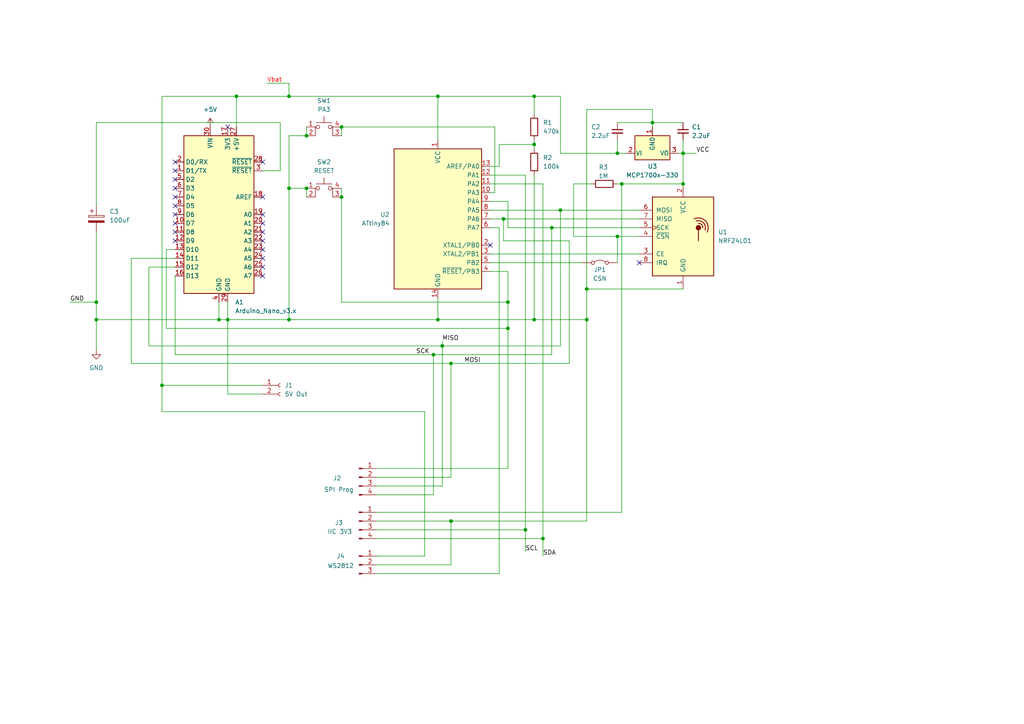
<source format=kicad_sch>
(kicad_sch (version 20250114) (generator "eeschema") (generator_version "9.0")
  (paper "A4")
  (title_block (title "nRF24 Programming Adapter") (date "2025-12-19") (rev "${Version}"))
  (lib_symbols
    (symbol "Connector:Conn_01x02_Socket" (pin_names (offset 1.016) (hide yes))
      (property "Reference" "J" (at 0 2.54 0))
      (property "Value" "Conn_01x02_Socket" (at 0 -5.08 0))
      (symbol "Conn_01x02_Socket_1_1"
        (polyline (pts (xy -1.27 0) (xy -0.508 0)) (stroke (width 0.1524)))
        (polyline (pts (xy -1.27 -2.54) (xy -0.508 -2.54)) (stroke (width 0.1524)))
        (arc (start 0 -0.508) (mid -0.5058 0) (end 0 0.508) (stroke (width 0.1524)))
        (arc (start 0 -3.048) (mid -0.5058 -2.54) (end 0 -2.032) (stroke (width 0.1524)))
        (pin passive line (at -5.08 0 0) (length 3.81) (name "Pin_1") (number "1"))
        (pin passive line (at -5.08 -2.54 0) (length 3.81) (name "Pin_2") (number "2"))
      )
    )
    (symbol "Connector:Conn_01x03_Pin" (pin_names (offset 1.016) (hide yes))
      (property "Reference" "J" (at 0 5.08 0))
      (property "Value" "Conn_01x03_Pin" (at 0 -5.08 0))
      (symbol "Conn_01x03_Pin_1_1"
        (rectangle (start 0.8636 2.667) (end 0 2.413) (stroke (width 0.1524)) (fill (type outline)))
        (rectangle (start 0.8636 0.127) (end 0 -0.127) (stroke (width 0.1524)) (fill (type outline)))
        (rectangle (start 0.8636 -2.413) (end 0 -2.667) (stroke (width 0.1524)) (fill (type outline)))
        (polyline (pts (xy 1.27 2.54) (xy 0.8636 2.54)) (stroke (width 0.1524)))
        (polyline (pts (xy 1.27 0) (xy 0.8636 0)) (stroke (width 0.1524)))
        (polyline (pts (xy 1.27 -2.54) (xy 0.8636 -2.54)) (stroke (width 0.1524)))
        (pin passive line (at 5.08 2.54 180) (length 3.81) (name "Pin_1") (number "1"))
        (pin passive line (at 5.08 0 180) (length 3.81) (name "Pin_2") (number "2"))
        (pin passive line (at 5.08 -2.54 180) (length 3.81) (name "Pin_3") (number "3"))
      )
    )
    (symbol "Connector:Conn_01x04_Pin" (pin_names (offset 1.016) (hide yes))
      (property "Reference" "J" (at 0 5.08 0))
      (property "Value" "Conn_01x04_Pin" (at 0 -7.62 0))
      (symbol "Conn_01x04_Pin_1_1"
        (rectangle (start 0.8636 2.667) (end 0 2.413) (stroke (width 0.1524)) (fill (type outline)))
        (rectangle (start 0.8636 0.127) (end 0 -0.127) (stroke (width 0.1524)) (fill (type outline)))
        (rectangle (start 0.8636 -2.413) (end 0 -2.667) (stroke (width 0.1524)) (fill (type outline)))
        (rectangle (start 0.8636 -4.953) (end 0 -5.207) (stroke (width 0.1524)) (fill (type outline)))
        (polyline (pts (xy 1.27 2.54) (xy 0.8636 2.54)) (stroke (width 0.1524)))
        (polyline (pts (xy 1.27 0) (xy 0.8636 0)) (stroke (width 0.1524)))
        (polyline (pts (xy 1.27 -2.54) (xy 0.8636 -2.54)) (stroke (width 0.1524)))
        (polyline (pts (xy 1.27 -5.08) (xy 0.8636 -5.08)) (stroke (width 0.1524)))
        (pin passive line (at 5.08 2.54 180) (length 3.81) (name "Pin_1") (number "1"))
        (pin passive line (at 5.08 0 180) (length 3.81) (name "Pin_2") (number "2"))
        (pin passive line (at 5.08 -2.54 180) (length 3.81) (name "Pin_3") (number "3"))
        (pin passive line (at 5.08 -5.08 180) (length 3.81) (name "Pin_4") (number "4"))
      )
    )
    (symbol "Device:C_Polarized" (pin_numbers (hide yes)) (pin_names (offset 0.254))
      (property "Reference" "C" (at 0.635 2.54 0))
      (property "Value" "C_Polarized" (at 0.635 -2.54 0))
      (symbol "C_Polarized_0_1"
        (rectangle (start -2.286 0.508) (end 2.286 1.016))
        (polyline (pts (xy -1.778 2.286) (xy -0.762 2.286)))
        (polyline (pts (xy -1.27 2.794) (xy -1.27 1.778)))
        (rectangle (start 2.286 -0.508) (end -2.286 -1.016) (fill (type outline)))
      )
      (symbol "C_Polarized_1_1"
        (pin passive line (at 0 3.81 270) (length 2.794) (name "~") (number "1"))
        (pin passive line (at 0 -3.81 90) (length 2.794) (name "~") (number "2"))
      )
    )
    (symbol "Device:C_Small" (pin_numbers (hide yes)) (pin_names (offset 0.254) (hide yes))
      (property "Reference" "C" (at 0.254 1.778 0))
      (property "Value" "C_Small" (at 0.254 -2.032 0))
      (symbol "C_Small_0_1"
        (polyline (pts (xy -1.524 0.508) (xy 1.524 0.508)) (stroke (width 0.3048)))
        (polyline (pts (xy -1.524 -0.508) (xy 1.524 -0.508)) (stroke (width 0.3302)))
      )
      (symbol "C_Small_1_1"
        (pin passive line (at 0 2.54 270) (length 2.032) (name "~") (number "1"))
        (pin passive line (at 0 -2.54 90) (length 2.032) (name "~") (number "2"))
      )
    )
    (symbol "Device:R" (pin_numbers (hide yes)) (pin_names (offset 0))
      (property "Reference" "R" (at 2.032 0 90))
      (property "Value" "R" (at 0 0 90))
      (symbol "R_0_1"
        (rectangle (start -1.016 -2.54) (end 1.016 2.54) (stroke (width 0.254)))
      )
      (symbol "R_1_1"
        (pin passive line (at 0 3.81 270) (length 1.27) (name "~") (number "1"))
        (pin passive line (at 0 -3.81 90) (length 1.27) (name "~") (number "2"))
      )
    )
    (symbol "Jumper:Jumper_2_Bridged" (pin_numbers (hide yes)) (pin_names (offset 0) (hide yes))
      (property "Reference" "JP" (at 0 1.905 0))
      (property "Value" "Jumper_2_Bridged" (at 0 -2.54 0))
      (symbol "Jumper_2_Bridged_0_0"
        (circle (center -2.032 0) (radius 0.508))
        (circle (center 2.032 0) (radius 0.508))
      )
      (symbol "Jumper_2_Bridged_0_1"
        (arc (start -1.524 0.254) (mid 0 0.762) (end 1.524 0.254))
      )
      (symbol "Jumper_2_Bridged_1_1"
        (pin passive line (at -5.08 0 0) (length 2.54) (name "A") (number "1"))
        (pin passive line (at 5.08 0 180) (length 2.54) (name "B") (number "2"))
      )
    )
    (symbol "MCU_Microchip_ATtiny:ATtiny84A-P"
      (property "Reference" "U" (at -12.7 21.59 0))
      (property "Value" "ATtiny84A-P" (at 2.54 -21.59 0))
      (symbol "ATtiny84A-P_0_1"
        (rectangle (start -12.7 -20.32) (end 12.7 20.32) (stroke (width 0.254)) (fill (type background)))
      )
      (symbol "ATtiny84A-P_1_1"
        (pin power_in line (at 0 22.86 270) (length 2.54) (name "VCC") (number "1"))
        (pin power_in line (at 0 -22.86 90) (length 2.54) (name "GND") (number "14"))
        (pin bidirectional line (at 15.24 15.24 180) (length 2.54) (name "AREF/PA0") (number "13"))
        (pin bidirectional line (at 15.24 12.7 180) (length 2.54) (name "PA1") (number "12"))
        (pin bidirectional line (at 15.24 10.16 180) (length 2.54) (name "PA2") (number "11"))
        (pin bidirectional line (at 15.24 7.62 180) (length 2.54) (name "PA3") (number "10"))
        (pin bidirectional line (at 15.24 5.08 180) (length 2.54) (name "PA4") (number "9"))
        (pin bidirectional line (at 15.24 2.54 180) (length 2.54) (name "PA5") (number "8"))
        (pin bidirectional line (at 15.24 0 180) (length 2.54) (name "PA6") (number "7"))
        (pin bidirectional line (at 15.24 -2.54 180) (length 2.54) (name "PA7") (number "6"))
        (pin bidirectional line (at 15.24 -7.62 180) (length 2.54) (name "XTAL1/PB0") (number "2"))
        (pin bidirectional line (at 15.24 -10.16 180) (length 2.54) (name "XTAL2/PB1") (number "3"))
        (pin bidirectional line (at 15.24 -12.7 180) (length 2.54) (name "PB2") (number "5"))
        (pin bidirectional line (at 15.24 -15.24 180) (length 2.54) (name "~{RESET}/PB3") (number "4"))
      )
    )
    (symbol "MCU_Module:Arduino_Nano_v3.x"
      (property "Reference" "A" (at -10.16 23.495 0))
      (property "Value" "Arduino_Nano_v3.x" (at 5.08 -24.13 0))
      (symbol "Arduino_Nano_v3.x_0_1"
        (rectangle (start -10.16 22.86) (end 10.16 -22.86) (stroke (width 0.254)) (fill (type background)))
      )
      (symbol "Arduino_Nano_v3.x_1_1"
        (pin bidirectional line (at -12.7 15.24 0) (length 2.54) (name "D0/RX") (number "2"))
        (pin bidirectional line (at -12.7 12.7 0) (length 2.54) (name "D1/TX") (number "1"))
        (pin bidirectional line (at -12.7 10.16 0) (length 2.54) (name "D2") (number "5"))
        (pin bidirectional line (at -12.7 7.62 0) (length 2.54) (name "D3") (number "6"))
        (pin bidirectional line (at -12.7 5.08 0) (length 2.54) (name "D4") (number "7"))
        (pin bidirectional line (at -12.7 2.54 0) (length 2.54) (name "D5") (number "8"))
        (pin bidirectional line (at -12.7 0 0) (length 2.54) (name "D6") (number "9"))
        (pin bidirectional line (at -12.7 -2.54 0) (length 2.54) (name "D7") (number "10"))
        (pin bidirectional line (at -12.7 -5.08 0) (length 2.54) (name "D8") (number "11"))
        (pin bidirectional line (at -12.7 -7.62 0) (length 2.54) (name "D9") (number "12"))
        (pin bidirectional line (at -12.7 -10.16 0) (length 2.54) (name "D10") (number "13"))
        (pin bidirectional line (at -12.7 -12.7 0) (length 2.54) (name "D11") (number "14"))
        (pin bidirectional line (at -12.7 -15.24 0) (length 2.54) (name "D12") (number "15"))
        (pin bidirectional line (at -12.7 -17.78 0) (length 2.54) (name "D13") (number "16"))
        (pin power_in line (at -2.54 25.4 270) (length 2.54) (name "VIN") (number "30"))
        (pin power_in line (at 0 -25.4 90) (length 2.54) (name "GND") (number "4"))
        (pin power_out line (at 2.54 25.4 270) (length 2.54) (name "3V3") (number "17"))
        (pin power_in line (at 2.54 -25.4 90) (length 2.54) (name "GND") (number "29"))
        (pin power_out line (at 5.08 25.4 270) (length 2.54) (name "+5V") (number "27"))
        (pin input line (at 12.7 15.24 180) (length 2.54) (name "~{RESET}") (number "28"))
        (pin input line (at 12.7 12.7 180) (length 2.54) (name "~{RESET}") (number "3"))
        (pin input line (at 12.7 5.08 180) (length 2.54) (name "AREF") (number "18"))
        (pin bidirectional line (at 12.7 0 180) (length 2.54) (name "A0") (number "19"))
        (pin bidirectional line (at 12.7 -2.54 180) (length 2.54) (name "A1") (number "20"))
        (pin bidirectional line (at 12.7 -5.08 180) (length 2.54) (name "A2") (number "21"))
        (pin bidirectional line (at 12.7 -7.62 180) (length 2.54) (name "A3") (number "22"))
        (pin bidirectional line (at 12.7 -10.16 180) (length 2.54) (name "A4") (number "23"))
        (pin bidirectional line (at 12.7 -12.7 180) (length 2.54) (name "A5") (number "24"))
        (pin bidirectional line (at 12.7 -15.24 180) (length 2.54) (name "A6") (number "25"))
        (pin bidirectional line (at 12.7 -17.78 180) (length 2.54) (name "A7") (number "26"))
      )
    )
    (symbol "RF:NRF24L01_Breakout" (pin_names (offset 1.016))
      (property "Reference" "U" (at -8.89 12.7 0))
      (property "Value" "NRF24L01_Breakout" (at 3.81 12.7 0))
      (symbol "NRF24L01_Breakout_0_1"
        (rectangle (start -8.89 11.43) (end 8.89 -11.43) (stroke (width 0.254)) (fill (type background)))
        (arc (start 3.175 5.08) (mid 6.453 4.548) (end 6.985 1.27) (stroke (width 0.254)))
        (circle (center 4.445 2.54) (radius 0.635) (stroke (width 0.254)) (fill (type outline)))
        (polyline (pts (xy 4.445 1.905) (xy 4.445 -1.27)) (stroke (width 0.254)))
        (arc (start 3.81 4.445) (mid 5.8835 3.9785) (end 6.35 1.905) (stroke (width 0.254)))
        (arc (start 4.445 3.81) (mid 5.3558 3.4508) (end 5.715 2.54) (stroke (width 0.254)))
      )
      (symbol "NRF24L01_Breakout_1_1"
        (pin input line (at -12.7 7.62 0) (length 3.81) (name "MOSI") (number "6"))
        (pin output line (at -12.7 5.08 0) (length 3.81) (name "MISO") (number "7"))
        (pin input clock (at -12.7 2.54 0) (length 3.81) (name "SCK") (number "5"))
        (pin input line (at -12.7 0 0) (length 3.81) (name "~{CSN}") (number "4"))
        (pin input line (at -12.7 -5.08 0) (length 3.81) (name "CE") (number "3"))
        (pin output line (at -12.7 -7.62 0) (length 3.81) (name "IRQ") (number "8"))
        (pin power_in line (at 0 15.24 270) (length 3.81) (name "VCC") (number "2"))
        (pin power_in line (at 0 -15.24 90) (length 3.81) (name "GND") (number "1"))
      )
    )
    (symbol "Regulator_Linear:MCP1700x-330xxTO" (pin_names (offset 0.254))
      (property "Reference" "U" (at -3.81 -3.175 0))
      (property "Value" "MCP1700x-330xxTO" (at 0 -3.175 0))
      (symbol "MCP1700x-330xxTO_0_1"
        (rectangle (start -5.08 5.08) (end 5.08 -1.905) (stroke (width 0.254)) (fill (type background)))
      )
      (symbol "MCP1700x-330xxTO_1_1"
        (pin power_in line (at -7.62 0 0) (length 2.54) (name "VI") (number "2"))
        (pin power_in line (at 0 7.62 270) (length 2.54) (name "GND") (number "1"))
        (pin power_out line (at 7.62 0 180) (length 2.54) (name "VO") (number "3"))
      )
    )
    (symbol "Switch:SW_MEC_5E" (pin_names (offset 1.016) (hide yes))
      (property "Reference" "SW" (at 0.635 5.715 0))
      (property "Value" "SW_MEC_5E" (at 0 -3.175 0))
      (symbol "SW_MEC_5E_0_1"
        (polyline (pts (xy -2.54 0) (xy -2.54 2.54) (xy -2.286 2.54)))
        (polyline (pts (xy -2.286 3.81) (xy 2.286 3.81)))
        (circle (center -1.778 2.54) (radius 0.508))
        (polyline (pts (xy 0 3.81) (xy 0 5.588)))
        (circle (center 1.778 2.54) (radius 0.508))
        (polyline (pts (xy 2.54 0) (xy 2.54 2.54) (xy 2.286 2.54)))
        (pin passive line (at -5.08 2.54 0) (length 2.54) (name "1") (number "1"))
        (pin passive line (at -5.08 0 0) (length 2.54) (name "2") (number "2"))
        (pin passive line (at 5.08 2.54 180) (length 2.54) (name "A") (number "4"))
        (pin passive line (at 5.08 0 180) (length 2.54) (name "K") (number "3"))
      )
    )
    (symbol "power:+5V" (power) (pin_numbers (hide yes)) (pin_names (offset 0) (hide yes))
      (property "Value" "+5V" (at 0 3.556 0))
      (symbol "+5V_0_1"
        (polyline (pts (xy -0.762 1.27) (xy 0 2.54)))
        (polyline (pts (xy 0 2.54) (xy 0.762 1.27)))
        (polyline (pts (xy 0 0) (xy 0 2.54)))
      )
      (symbol "+5V_1_1"
        (pin power_in line (at 0 0 90) (length 0) (name "~") (number "1"))
      )
    )
    (symbol "power:GND" (power) (pin_numbers (hide yes)) (pin_names (offset 0) (hide yes))
      (property "Value" "GND" (at 0 -3.81 0))
      (symbol "GND_0_1"
        (polyline (pts (xy 0 0) (xy 0 -1.27) (xy 1.27 -1.27) (xy 0 -2.54) (xy -1.27 -1.27) (xy 0 -1.27)))
      )
      (symbol "GND_1_1"
        (pin power_in line (at 0 0 270) (length 0) (name "~") (number "1"))
      )
    )
  )
  (junction (at 128.27 100.33))
  (junction (at 130.81 105.41))
  (junction (at 170.18 83.82))
  (junction (at 198.12 44.45))
  (junction (at 198.12 53.34))
  (junction (at 179.07 68.58))
  (junction (at 162.56 60.96))
  (junction (at 66.04 92.71))
  (junction (at 27.94 92.71))
  (junction (at 160.02 66.04))
  (junction (at 127 27.94))
  (junction (at 68.58 27.94))
  (junction (at 170.18 92.71))
  (junction (at 147.32 87.63))
  (junction (at 83.82 92.71))
  (junction (at 154.94 41.91))
  (junction (at 152.4 153.67))
  (junction (at 46.99 111.76))
  (junction (at 99.06 36.83))
  (junction (at 63.5 92.71))
  (junction (at 179.07 44.45))
  (junction (at 88.9 39.37))
  (junction (at 83.82 54.61))
  (junction (at 180.34 53.34))
  (junction (at 83.82 27.94))
  (junction (at 88.9 54.61))
  (junction (at 27.94 87.63))
  (junction (at 127 92.71))
  (junction (at 130.81 151.13))
  (junction (at 154.94 92.71))
  (junction (at 125.73 102.87))
  (junction (at 99.06 57.15))
  (junction (at 157.48 156.21))
  (junction (at 189.23 35.56))
  (junction (at 154.94 27.94))
  (junction (at 147.32 95.25))
  (junction (at 146.05 63.5))
  (no_connect (at 76.2 72.39))
  (no_connect (at 50.8 46.99))
  (no_connect (at 185.42 76.2))
  (no_connect (at 76.2 80.01))
  (no_connect (at 50.8 54.61))
  (no_connect (at 50.8 69.85))
  (no_connect (at 50.8 49.53))
  (no_connect (at 50.8 52.07))
  (no_connect (at 50.8 64.77))
  (no_connect (at 50.8 67.31))
  (no_connect (at 50.8 59.69))
  (no_connect (at 50.8 57.15))
  (no_connect (at 76.2 67.31))
  (no_connect (at 76.2 62.23))
  (no_connect (at 142.24 71.12))
  (no_connect (at 76.2 69.85))
  (no_connect (at 76.2 77.47))
  (no_connect (at 76.2 57.15))
  (no_connect (at 66.04 36.83))
  (no_connect (at 76.2 46.99))
  (no_connect (at 76.2 74.93))
  (no_connect (at 50.8 62.23))
  (no_connect (at 76.2 64.77))
  (wire (pts (xy 109.22 166.37) (xy 144.78 166.37)))
  (wire (pts (xy 88.9 36.83) (xy 88.9 39.37)))
  (wire (pts (xy 88.9 54.61) (xy 88.9 57.15)))
  (wire (pts (xy 109.22 163.83) (xy 130.81 163.83)))
  (wire (pts (xy 165.1 69.85) (xy 146.05 69.85)))
  (wire (pts (xy 146.05 63.5) (xy 146.05 69.85)))
  (wire (pts (xy 170.18 92.71) (xy 170.18 151.13)))
  (wire (pts (xy 27.94 92.71) (xy 63.5 92.71)))
  (wire (pts (xy 154.94 27.94) (xy 154.94 33.02)))
  (wire (pts (xy 185.42 60.96) (xy 162.56 60.96)))
  (wire (pts (xy 152.4 160.02) (xy 152.4 153.67)))
  (wire (pts (xy 20.32 87.63) (xy 27.94 87.63)))
  (wire (pts (xy 68.58 36.83) (xy 68.58 27.94)))
  (wire (pts (xy 170.18 31.75) (xy 189.23 31.75)))
  (wire (pts (xy 46.99 111.76) (xy 76.2 111.76)))
  (wire (pts (xy 196.85 44.45) (xy 198.12 44.45)))
  (wire (pts (xy 170.18 151.13) (xy 130.81 151.13)))
  (wire (pts (xy 27.94 87.63) (xy 27.94 92.71)))
  (wire (pts (xy 189.23 31.75) (xy 189.23 35.56)))
  (wire (pts (xy 127 86.36) (xy 127 92.71)))
  (wire (pts (xy 180.34 53.34) (xy 180.34 148.59)))
  (wire (pts (xy 144.78 41.91) (xy 144.78 48.26)))
  (wire (pts (xy 83.82 39.37) (xy 88.9 39.37)))
  (wire (pts (xy 50.8 80.01) (xy 50.8 102.87)))
  (wire (pts (xy 198.12 40.64) (xy 198.12 44.45)))
  (wire (pts (xy 144.78 41.91) (xy 154.94 41.91)))
  (wire (pts (xy 142.24 76.2) (xy 168.91 76.2)))
  (wire (pts (xy 198.12 44.45) (xy 198.12 53.34)))
  (wire (pts (xy 125.73 102.87) (xy 125.73 143.51)))
  (wire (pts (xy 160.02 66.04) (xy 185.42 66.04)))
  (wire (pts (xy 189.23 35.56) (xy 198.12 35.56)))
  (wire (pts (xy 50.8 102.87) (xy 125.73 102.87)))
  (wire (pts (xy 162.56 100.33) (xy 128.27 100.33)))
  (wire (pts (xy 142.24 78.74) (xy 147.32 78.74)))
  (wire (pts (xy 77.47 24.13) (xy 83.82 24.13)))
  (wire (pts (xy 147.32 66.04) (xy 160.02 66.04)))
  (wire (pts (xy 147.32 58.42) (xy 147.32 66.04)))
  (wire (pts (xy 170.18 83.82) (xy 170.18 92.71)))
  (wire (pts (xy 157.48 161.29) (xy 157.48 156.21)))
  (wire (pts (xy 179.07 44.45) (xy 162.56 44.45)))
  (wire (pts (xy 147.32 87.63) (xy 147.32 95.25)))
  (wire (pts (xy 154.94 40.64) (xy 154.94 41.91)))
  (wire (pts (xy 123.19 161.29) (xy 123.19 119.38)))
  (wire (pts (xy 201.93 44.45) (xy 198.12 44.45)))
  (wire (pts (xy 81.28 35.56) (xy 81.28 49.53)))
  (wire (pts (xy 27.94 67.31) (xy 27.94 87.63)))
  (wire (pts (xy 66.04 92.71) (xy 66.04 114.3)))
  (wire (pts (xy 179.07 68.58) (xy 179.07 76.2)))
  (wire (pts (xy 63.5 92.71) (xy 66.04 92.71)))
  (wire (pts (xy 147.32 95.25) (xy 147.32 135.89)))
  (wire (pts (xy 66.04 92.71) (xy 83.82 92.71)))
  (wire (pts (xy 162.56 60.96) (xy 162.56 100.33)))
  (wire (pts (xy 50.8 72.39) (xy 48.26 72.39)))
  (wire (pts (xy 166.37 68.58) (xy 166.37 53.34)))
  (wire (pts (xy 99.06 87.63) (xy 147.32 87.63)))
  (wire (pts (xy 83.82 27.94) (xy 127 27.94)))
  (wire (pts (xy 130.81 151.13) (xy 109.22 151.13)))
  (wire (pts (xy 128.27 99.06) (xy 128.27 100.33)))
  (wire (pts (xy 152.4 50.8) (xy 152.4 153.67)))
  (wire (pts (xy 142.24 58.42) (xy 147.32 58.42)))
  (wire (pts (xy 128.27 100.33) (xy 128.27 140.97)))
  (wire (pts (xy 127 27.94) (xy 127 40.64)))
  (wire (pts (xy 46.99 27.94) (xy 46.99 111.76)))
  (wire (pts (xy 127 27.94) (xy 154.94 27.94)))
  (wire (pts (xy 125.73 143.51) (xy 109.22 143.51)))
  (wire (pts (xy 127 92.71) (xy 154.94 92.71)))
  (wire (pts (xy 198.12 53.34) (xy 180.34 53.34)))
  (wire (pts (xy 198.12 83.82) (xy 170.18 83.82)))
  (wire (pts (xy 83.82 92.71) (xy 127 92.71)))
  (wire (pts (xy 162.56 60.96) (xy 142.24 60.96)))
  (wire (pts (xy 162.56 27.94) (xy 162.56 44.45)))
  (wire (pts (xy 170.18 31.75) (xy 170.18 83.82)))
  (wire (pts (xy 38.1 74.93) (xy 38.1 105.41)))
  (wire (pts (xy 147.32 78.74) (xy 147.32 87.63)))
  (wire (pts (xy 99.06 54.61) (xy 99.06 57.15)))
  (wire (pts (xy 43.18 77.47) (xy 43.18 100.33)))
  (wire (pts (xy 83.82 54.61) (xy 88.9 54.61)))
  (wire (pts (xy 154.94 43.18) (xy 154.94 41.91)))
  (wire (pts (xy 180.34 148.59) (xy 109.22 148.59)))
  (wire (pts (xy 179.07 35.56) (xy 189.23 35.56)))
  (wire (pts (xy 123.19 119.38) (xy 46.99 119.38)))
  (wire (pts (xy 189.23 35.56) (xy 189.23 36.83)))
  (wire (pts (xy 143.51 36.83) (xy 143.51 55.88)))
  (wire (pts (xy 146.05 63.5) (xy 185.42 63.5)))
  (wire (pts (xy 43.18 100.33) (xy 128.27 100.33)))
  (wire (pts (xy 130.81 105.41) (xy 165.1 105.41)))
  (wire (pts (xy 179.07 68.58) (xy 185.42 68.58)))
  (wire (pts (xy 48.26 95.25) (xy 147.32 95.25)))
  (wire (pts (xy 48.26 72.39) (xy 48.26 95.25)))
  (wire (pts (xy 27.94 35.56) (xy 81.28 35.56)))
  (wire (pts (xy 162.56 27.94) (xy 154.94 27.94)))
  (wire (pts (xy 130.81 138.43) (xy 109.22 138.43)))
  (wire (pts (xy 179.07 40.64) (xy 179.07 44.45)))
  (wire (pts (xy 166.37 53.34) (xy 171.45 53.34)))
  (wire (pts (xy 99.06 36.83) (xy 99.06 39.37)))
  (wire (pts (xy 160.02 66.04) (xy 160.02 102.87)))
  (wire (pts (xy 66.04 87.63) (xy 66.04 92.71)))
  (wire (pts (xy 50.8 74.93) (xy 38.1 74.93)))
  (wire (pts (xy 142.24 53.34) (xy 157.48 53.34)))
  (wire (pts (xy 144.78 66.04) (xy 144.78 166.37)))
  (wire (pts (xy 109.22 135.89) (xy 147.32 135.89)))
  (wire (pts (xy 130.81 105.41) (xy 130.81 138.43)))
  (wire (pts (xy 83.82 39.37) (xy 83.82 54.61)))
  (wire (pts (xy 125.73 102.87) (xy 160.02 102.87)))
  (wire (pts (xy 99.06 36.83) (xy 143.51 36.83)))
  (wire (pts (xy 83.82 24.13) (xy 83.82 27.94)))
  (wire (pts (xy 68.58 27.94) (xy 83.82 27.94)))
  (wire (pts (xy 38.1 105.41) (xy 130.81 105.41)))
  (wire (pts (xy 142.24 66.04) (xy 144.78 66.04)))
  (wire (pts (xy 50.8 77.47) (xy 43.18 77.47)))
  (wire (pts (xy 179.07 53.34) (xy 180.34 53.34)))
  (wire (pts (xy 181.61 44.45) (xy 179.07 44.45)))
  (wire (pts (xy 109.22 161.29) (xy 123.19 161.29)))
  (wire (pts (xy 83.82 54.61) (xy 83.82 92.71)))
  (wire (pts (xy 144.78 48.26) (xy 142.24 48.26)))
  (wire (pts (xy 157.48 156.21) (xy 109.22 156.21)))
  (wire (pts (xy 46.99 27.94) (xy 68.58 27.94)))
  (wire (pts (xy 154.94 50.8) (xy 154.94 92.71)))
  (wire (pts (xy 165.1 105.41) (xy 165.1 69.85)))
  (wire (pts (xy 130.81 163.83) (xy 130.81 151.13)))
  (wire (pts (xy 81.28 49.53) (xy 76.2 49.53)))
  (wire (pts (xy 142.24 63.5) (xy 146.05 63.5)))
  (wire (pts (xy 27.94 59.69) (xy 27.94 35.56)))
  (wire (pts (xy 46.99 119.38) (xy 46.99 111.76)))
  (wire (pts (xy 166.37 68.58) (xy 179.07 68.58)))
  (wire (pts (xy 152.4 153.67) (xy 109.22 153.67)))
  (wire (pts (xy 157.48 53.34) (xy 157.48 156.21)))
  (wire (pts (xy 63.5 87.63) (xy 63.5 92.71)))
  (wire (pts (xy 128.27 140.97) (xy 109.22 140.97)))
  (wire (pts (xy 142.24 73.66) (xy 185.42 73.66)))
  (wire (pts (xy 27.94 101.6) (xy 27.94 92.71)))
  (wire (pts (xy 142.24 50.8) (xy 152.4 50.8)))
  (wire (pts (xy 154.94 92.71) (xy 170.18 92.71)))
  (wire (pts (xy 143.51 55.88) (xy 142.24 55.88)))
  (wire (pts (xy 66.04 114.3) (xy 76.2 114.3)))
  (wire (pts (xy 99.06 57.15) (xy 99.06 87.63)))
  (label "SCL" (at 152.4 160.02 0))
  (label "MISO" (at 128.27 99.06 0))
  (label "MOSI" (at 134.62 105.41 0))
  (label "GND" (at 20.32 87.63 0))
  (label "Vbat" (at 77.47 24.13 0))
  (label "SCK" (at 120.65 102.87 0))
  (label "VCC" (at 201.93 44.45 0))
  (label "SDA" (at 157.48 161.29 0))
  (symbol (lib_id "Device:R") (at 154.94 36.83 0) (unit 1)
    (property "Reference" "R1" (at 157.48 35.5599 0) (effects (justify left)))
    (property "Value" "470k" (at 157.48 38.0999 0) (effects (justify left)))
    (property "Footprint" "Resistor_THT:R_Axial_DIN0207_L6.3mm_D2.5mm_P10.16mm_Horizontal" (effects (hide yes)))
    (property "Description" "Resistor" (effects (hide yes)))
  )
  (symbol (lib_id "power:+5V") (at 60.96 36.83 0) (unit 1)
    (property "Reference" "#PWR02" (effects (hide yes)))
    (property "Value" "+5V" (at 60.96 31.75 0))
    (property "Description" "Power symbol creates a global label with name \"+5V\"" (effects (hide yes)))
  )
  (symbol (lib_id "Device:C_Small") (at 179.07 38.1 0) (unit 1)
    (property "Reference" "C2" (at 171.45 36.83 0) (effects (justify left)))
    (property "Value" "2.2uF" (at 171.45 39.37 0) (effects (justify left)))
    (property "Footprint" "Capacitor_THT:C_Disc_D5.0mm_W2.5mm_P5.00mm" (effects (hide yes)))
    (property "Description" "Unpolarized capacitor, small symbol" (effects (hide yes)))
  )
  (symbol (lib_id "Device:R") (at 175.26 53.34 270) (unit 1)
    (property "Reference" "R3" (at 175.006 48.514 90))
    (property "Value" "1M" (at 175.006 51.054 90))
    (property "Footprint" "Resistor_THT:R_Axial_DIN0207_L6.3mm_D2.5mm_P10.16mm_Horizontal" (effects (hide yes)))
    (property "Description" "Resistor" (effects (hide yes)))
  )
  (symbol (lib_id "power:GND") (at 27.94 101.6 0) (unit 1)
    (property "Reference" "#PWR01" (effects (hide yes)))
    (property "Value" "GND" (at 27.94 106.68 0))
    (property "Description" "Power symbol creates a global label with name \"GND\" , ground" (effects (hide yes)))
  )
  (symbol (lib_id "MCU_Module:Arduino_Nano_v3.x") (at 63.5 62.23 0) (unit 1)
    (property "Reference" "A1" (at 68.1833 87.63 0) (effects (justify left)))
    (property "Value" "Arduino_Nano_v3.x" (at 68.1833 90.17 0) (effects (justify left)))
    (property "Footprint" "Module:Arduino_Nano" (effects (hide yes)))
    (property "Datasheet" "http://www.mouser.com/pdfdocs/Gravitech_Arduino_Nano3_0.pdf" (effects (hide yes)))
    (property "Description" "Arduino Nano v3.x" (effects (hide yes)))
  )
  (symbol (lib_id "Switch:SW_MEC_5E") (at 93.98 39.37 0) (unit 1)
    (property "Reference" "SW1" (at 93.98 29.21 0))
    (property "Value" "PA3" (at 93.98 31.75 0))
    (property "Footprint" "hagego:Micro_Push_Button_6x6" (effects (hide yes)))
    (property "Datasheet" "http://www.apem.com/int/index.php?controller=attachment&id_attachment=1371" (effects (hide yes)))
    (property "Description" "MEC 5E single pole normally-open tactile switch" (effects (hide yes)))
  )
  (symbol (lib_id "RF:NRF24L01_Breakout") (at 198.12 68.58 0) (unit 1)
    (property "Reference" "U1" (at 208.28 67.3099 0) (effects (justify left)))
    (property "Value" "NRF24L01" (at 208.28 69.8499 0) (effects (justify left)))
    (property "Footprint" "RF_Module:nRF24L01_Breakout" (effects (hide yes)))
    (property "Datasheet" "http://www.nordicsemi.com/eng/content/download/2730/34105/file/nRF24L01_Product_Specification_v2_0.pdf" (effects (hide yes)))
    (property "Description" "Ultra low power 2.4GHz RF Transceiver, Carrier PCB" (effects (hide yes)))
  )
  (symbol (lib_id "Connector:Conn_01x03_Pin") (at 104.14 163.83 0) (unit 1)
    (property "Reference" "J4" (at 98.806 161.29 0))
    (property "Value" "WS2812" (at 98.806 164.084 0))
    (property "Footprint" "hagego:JST_XH_1x03_P2.54" (effects (hide yes)))
    (property "Description" "Generic connector, single row, 01x03, script generated" (effects (hide yes)))
  )
  (symbol (lib_id "Device:C_Polarized") (at 27.94 63.5 0) (unit 1)
    (property "Reference" "C3" (at 31.75 61.3409 0) (effects (justify left)))
    (property "Value" "100uF" (at 31.75 63.8809 0) (effects (justify left)))
    (property "Footprint" "Capacitor_THT:CP_Radial_D7.5mm_P2.50mm" (effects (hide yes)))
    (property "Description" "Polarized capacitor" (effects (hide yes)))
  )
  (symbol (lib_id "MCU_Microchip_ATtiny:ATtiny84A-P") (at 127 63.5 0) (unit 1)
    (property "Reference" "U2" (at 113.03 62.2299 0) (effects (justify right)))
    (property "Value" "ATtiny84" (at 113.03 64.7699 0) (effects (justify right)))
    (property "Footprint" "hagego:Engineering_DIP14_Socket" (effects (hide yes)))
    (property "Datasheet" "http://ww1.microchip.com/downloads/en/DeviceDoc/doc8183.pdf" (effects (hide yes)))
    (property "Description" "20MHz, 8kB Flash, 512B SRAM, 512B EEPROM, debugWIRE, DIP-14" (effects (hide yes)))
  )
  (symbol (lib_id "Connector:Conn_01x04_Pin") (at 104.14 138.43 0) (unit 1)
    (property "Reference" "J2" (at 97.79 138.684 0))
    (property "Value" "SPI Prog" (at 98.298 141.986 0))
    (property "Footprint" "hagego:JST_XH_1x04_P2.54" (effects (hide yes)))
    (property "Description" "Generic connector, single row, 01x04, script generated" (effects (hide yes)))
  )
  (symbol (lib_id "Device:R") (at 154.94 46.99 0) (unit 1)
    (property "Reference" "R2" (at 157.48 45.7199 0) (effects (justify left)))
    (property "Value" "100k" (at 157.48 48.2599 0) (effects (justify left)))
    (property "Footprint" "Resistor_THT:R_Axial_DIN0207_L6.3mm_D2.5mm_P10.16mm_Horizontal" (effects (hide yes)))
    (property "Description" "Resistor" (effects (hide yes)))
  )
  (symbol (lib_id "Device:C_Small") (at 198.12 38.1 0) (unit 1)
    (property "Reference" "C1" (at 200.66 36.8362 0) (effects (justify left)))
    (property "Value" "2.2uF" (at 200.66 39.3762 0) (effects (justify left)))
    (property "Footprint" "Capacitor_THT:C_Disc_D5.0mm_W2.5mm_P5.00mm" (effects (hide yes)))
    (property "Description" "Unpolarized capacitor, small symbol" (effects (hide yes)))
  )
  (symbol (lib_id "Switch:SW_MEC_5E") (at 93.98 57.15 0) (unit 1)
    (property "Reference" "SW2" (at 93.98 46.99 0))
    (property "Value" "RESET" (at 93.98 49.53 0))
    (property "Footprint" "hagego:Micro_Push_Button_6x6" (effects (hide yes)))
    (property "Datasheet" "http://www.apem.com/int/index.php?controller=attachment&id_attachment=1371" (effects (hide yes)))
    (property "Description" "MEC 5E single pole normally-open tactile switch" (effects (hide yes)))
  )
  (symbol (lib_id "Regulator_Linear:MCP1700x-330xxTO") (at 189.23 44.45 0) (unit 1)
    (property "Reference" "U3" (at 189.23 48.26 0))
    (property "Value" "MCP1700x-330" (at 189.23 50.8 0))
    (property "Footprint" "Package_TO_SOT_THT:TO-92_HandSolder" (effects (hide yes)))
    (property "Datasheet" "http://ww1.microchip.com/downloads/en/DeviceDoc/20001826D.pdf" (effects (hide yes)))
    (property "Description" "250mA Low Quiscent Current LDO, 3.3V output, TO-92" (effects (hide yes)))
  )
  (symbol (lib_id "Connector:Conn_01x02_Socket") (at 81.28 111.76 0) (unit 1)
    (property "Reference" "J1" (at 82.55 111.7599 0) (effects (justify left)))
    (property "Value" "5V Out" (at 82.55 114.2999 0) (effects (justify left)))
    (property "Footprint" "hagego:JST_XH_1x02_P2.54" (effects (hide yes)))
    (property "Description" "Generic connector, single row, 01x02, script generated" (effects (hide yes)))
  )
  (symbol (lib_id "Jumper:Jumper_2_Bridged") (at 173.99 76.2 0) (unit 1)
    (property "Reference" "JP1" (at 173.99 78.232 0))
    (property "Value" "CSN" (at 173.99 80.772 0))
    (property "Footprint" "Connector_PinHeader_2.54mm:PinHeader_1x02_P2.54mm_Vertical" (effects (hide yes)))
    (property "Description" "Jumper, 2-pole, closed/bridged" (effects (hide yes)))
  )
  (symbol (lib_id "Connector:Conn_01x04_Pin") (at 104.14 151.13 0) (unit 1)
    (property "Reference" "J3" (at 98.298 151.638 0))
    (property "Value" "IIC 3V3" (at 98.552 154.178 0))
    (property "Footprint" "hagego:JST_XH_1x04_P2.54" (effects (hide yes)))
    (property "Description" "Generic connector, single row, 01x04, script generated" (effects (hide yes)))
  )
)
</source>
